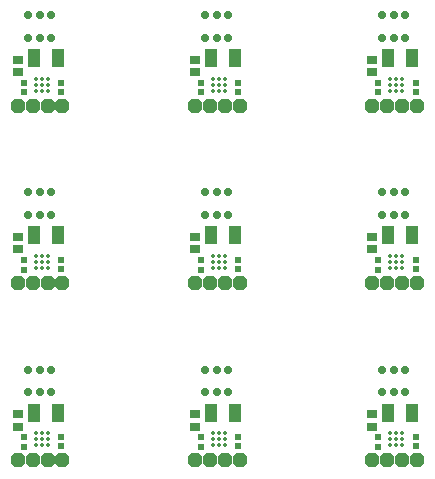
<source format=gts>
G75*
%MOIN*%
%OFA0B0*%
%FSLAX24Y24*%
%IPPOS*%
%LPD*%
%AMOC8*
5,1,8,0,0,1.08239X$1,22.5*
%
%ADD10C,0.0276*%
%ADD11C,0.0138*%
%ADD12R,0.0420X0.0640*%
%ADD13R,0.0210X0.0210*%
%ADD14R,0.0340X0.0310*%
%ADD15OC8,0.0476*%
D10*
X003721Y005400D03*
X004101Y005400D03*
X004481Y005400D03*
X004481Y006160D03*
X004101Y006160D03*
X003721Y006160D03*
X003721Y011305D03*
X004101Y011305D03*
X004481Y011305D03*
X004481Y012065D03*
X004101Y012065D03*
X003721Y012065D03*
X003721Y017211D03*
X004101Y017211D03*
X004481Y017211D03*
X004481Y017971D03*
X004101Y017971D03*
X003721Y017971D03*
X009626Y017971D03*
X010006Y017971D03*
X010386Y017971D03*
X010386Y017211D03*
X010006Y017211D03*
X009626Y017211D03*
X009626Y012065D03*
X010006Y012065D03*
X010386Y012065D03*
X010386Y011305D03*
X010006Y011305D03*
X009626Y011305D03*
X009626Y006160D03*
X010006Y006160D03*
X010386Y006160D03*
X010386Y005400D03*
X010006Y005400D03*
X009626Y005400D03*
X015532Y005400D03*
X015912Y005400D03*
X016292Y005400D03*
X016292Y006160D03*
X015912Y006160D03*
X015532Y006160D03*
X015532Y011305D03*
X015912Y011305D03*
X016292Y011305D03*
X016292Y012065D03*
X015912Y012065D03*
X015532Y012065D03*
X015532Y017211D03*
X015912Y017211D03*
X016292Y017211D03*
X016292Y017971D03*
X015912Y017971D03*
X015532Y017971D03*
D11*
X015789Y015848D03*
X015789Y015651D03*
X015789Y015454D03*
X015986Y015454D03*
X016183Y015454D03*
X016183Y015651D03*
X016183Y015848D03*
X015986Y015848D03*
X015986Y015651D03*
X015986Y009943D03*
X016183Y009943D03*
X016183Y009746D03*
X015986Y009746D03*
X015789Y009746D03*
X015789Y009943D03*
X015789Y009549D03*
X015986Y009549D03*
X016183Y009549D03*
X016183Y004037D03*
X016183Y003840D03*
X016183Y003643D03*
X015986Y003643D03*
X015789Y003643D03*
X015789Y003840D03*
X015986Y003840D03*
X015986Y004037D03*
X015789Y004037D03*
X010277Y004037D03*
X010080Y004037D03*
X009883Y004037D03*
X009883Y003840D03*
X009883Y003643D03*
X010080Y003643D03*
X010080Y003840D03*
X010277Y003840D03*
X010277Y003643D03*
X004372Y003643D03*
X004372Y003840D03*
X004372Y004037D03*
X004175Y004037D03*
X004175Y003840D03*
X004175Y003643D03*
X003978Y003643D03*
X003978Y003840D03*
X003978Y004037D03*
X003978Y009549D03*
X003978Y009746D03*
X003978Y009943D03*
X004175Y009943D03*
X004372Y009943D03*
X004372Y009746D03*
X004372Y009549D03*
X004175Y009549D03*
X004175Y009746D03*
X004175Y015454D03*
X004372Y015454D03*
X004372Y015651D03*
X004372Y015848D03*
X004175Y015848D03*
X004175Y015651D03*
X003978Y015651D03*
X003978Y015454D03*
X003978Y015848D03*
X009883Y015848D03*
X009883Y015651D03*
X009883Y015454D03*
X010080Y015454D03*
X010277Y015454D03*
X010277Y015651D03*
X010080Y015651D03*
X010080Y015848D03*
X010277Y015848D03*
X010277Y009943D03*
X010080Y009943D03*
X009883Y009943D03*
X009883Y009746D03*
X009883Y009549D03*
X010080Y009549D03*
X010080Y009746D03*
X010277Y009746D03*
X010277Y009549D03*
D12*
X010628Y010631D03*
X009808Y010631D03*
X004723Y010631D03*
X003903Y010631D03*
X003903Y004726D03*
X004723Y004726D03*
X009808Y004726D03*
X010628Y004726D03*
X015714Y004726D03*
X016534Y004726D03*
X016534Y010631D03*
X015714Y010631D03*
X015714Y016537D03*
X016534Y016537D03*
X010628Y016537D03*
X009808Y016537D03*
X004723Y016537D03*
X003903Y016537D03*
D13*
X003584Y015708D03*
X003584Y015398D03*
X004824Y015417D03*
X004824Y015727D03*
X009490Y015708D03*
X009490Y015398D03*
X010730Y015417D03*
X010730Y015727D03*
X015395Y015708D03*
X015395Y015398D03*
X016635Y015417D03*
X016635Y015727D03*
X016635Y009822D03*
X016635Y009512D03*
X015395Y009492D03*
X015395Y009802D03*
X010730Y009822D03*
X010730Y009512D03*
X009490Y009492D03*
X009490Y009802D03*
X004824Y009822D03*
X004824Y009512D03*
X003584Y009492D03*
X003584Y009802D03*
X003584Y003897D03*
X003584Y003587D03*
X004824Y003606D03*
X004824Y003916D03*
X009490Y003897D03*
X009490Y003587D03*
X010730Y003606D03*
X010730Y003916D03*
X015395Y003897D03*
X015395Y003587D03*
X016635Y003606D03*
X016635Y003916D03*
D14*
X015198Y004260D03*
X015198Y004680D03*
X015198Y010166D03*
X015198Y010586D03*
X015198Y016071D03*
X015198Y016491D03*
X009293Y016491D03*
X009293Y016071D03*
X009293Y010586D03*
X009293Y010166D03*
X009293Y004680D03*
X009293Y004260D03*
X003387Y004260D03*
X003387Y004680D03*
X003387Y010166D03*
X003387Y010586D03*
X003387Y016071D03*
X003387Y016491D03*
D15*
X003387Y003151D03*
X003880Y003151D03*
X004372Y003151D03*
X004864Y003151D03*
X009293Y003151D03*
X009785Y003151D03*
X010277Y003151D03*
X010769Y003151D03*
X015198Y003151D03*
X015691Y003151D03*
X016183Y003151D03*
X016675Y003151D03*
X016675Y009057D03*
X016183Y009057D03*
X015691Y009057D03*
X015198Y009057D03*
X010769Y009057D03*
X010277Y009057D03*
X009785Y009057D03*
X009293Y009057D03*
X004864Y009057D03*
X004372Y009057D03*
X003880Y009057D03*
X003387Y009057D03*
X003387Y014962D03*
X003880Y014962D03*
X004372Y014962D03*
X004864Y014962D03*
X009293Y014962D03*
X009785Y014962D03*
X010277Y014962D03*
X010769Y014962D03*
X015198Y014962D03*
X015691Y014962D03*
X016183Y014962D03*
X016675Y014962D03*
M02*

</source>
